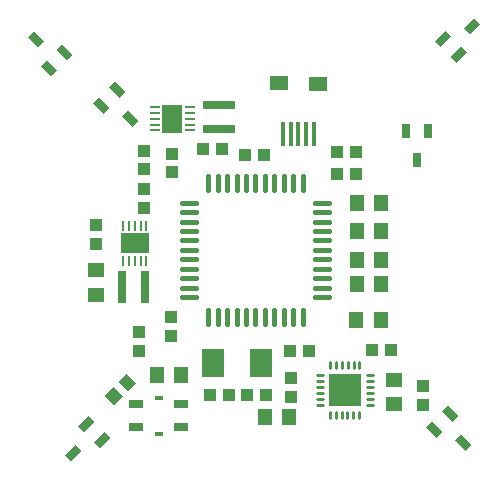
<source format=gtp>
G04 ---------------------------- Layer name :TOP PASTER LAYER*
G04 EasyEDA v5.5.12, Thu, 07 Jun 2018 12:22:22 GMT*
G04 57f62d747bd94b0b94c3b91961ed7a1b*
G04 Gerber Generator version 0.2*
G04 Scale: 100 percent, Rotated: No, Reflected: No *
G04 Dimensions in inches *
G04 leading zeros omitted , absolute positions ,2 integer and 4 decimal *
%FSLAX24Y24*%
%MOIN*%
G90*
G70D02*

%ADD20C,0.011024*%
%ADD21C,0.016535*%
%ADD24R,0.106300X0.031496*%
%ADD25R,0.027559X0.049213*%
%ADD26R,0.051181X0.027560*%
%ADD27R,0.027560X0.011810*%
%ADD28R,0.039370X0.043307*%
%ADD29R,0.043307X0.039370*%
%ADD30R,0.074803X0.094488*%
%ADD31R,0.045670X0.057870*%
%ADD32R,0.057870X0.045670*%
%ADD33R,0.031496X0.106300*%
%ADD34R,0.055100X0.051200*%
%ADD35R,0.051200X0.055100*%
%ADD36R,0.105512X0.105512*%
%ADD37R,0.017717X0.078740*%
%ADD38R,0.062992X0.047240*%
%ADD39R,0.095500X0.065500*%
%ADD40R,0.011500X0.034500*%
%ADD41R,0.065500X0.095500*%
%ADD42R,0.034500X0.011500*%

%LPD*%
G54D20*
G01X17932Y9203D02*
G01X17727Y9203D01*
G01X17932Y9401D02*
G01X17727Y9401D01*
G01X17932Y9598D02*
G01X17727Y9598D01*
G01X17932Y9794D02*
G01X17727Y9794D01*
G01X17932Y9990D02*
G01X17727Y9990D01*
G01X17932Y10188D02*
G01X17727Y10188D01*
G01X17489Y10421D02*
G01X17489Y10626D01*
G01X17293Y10421D02*
G01X17293Y10626D01*
G01X17096Y10421D02*
G01X17096Y10626D01*
G01X16900Y10421D02*
G01X16900Y10626D01*
G01X16702Y10421D02*
G01X16702Y10626D01*
G01X16506Y10421D02*
G01X16506Y10626D01*
G01X16272Y10184D02*
G01X16067Y10184D01*
G01X16272Y9986D02*
G01X16067Y9986D01*
G01X16272Y9790D02*
G01X16067Y9790D01*
G01X16272Y9594D02*
G01X16067Y9594D01*
G01X16272Y9397D02*
G01X16067Y9397D01*
G01X16272Y9200D02*
G01X16067Y9200D01*
G01X16500Y8751D02*
G01X16500Y8956D01*
G01X16697Y8751D02*
G01X16697Y8956D01*
G01X16893Y8751D02*
G01X16893Y8956D01*
G01X17089Y8751D02*
G01X17089Y8956D01*
G01X17286Y8751D02*
G01X17286Y8956D01*
G01X17484Y8751D02*
G01X17484Y8956D01*
G54D21*
G01X11567Y15943D02*
G01X12031Y15943D01*
G01X11567Y15628D02*
G01X12031Y15628D01*
G01X11567Y15313D02*
G01X12031Y15313D01*
G01X11567Y14998D02*
G01X12031Y14998D01*
G01X11567Y14684D02*
G01X12031Y14684D01*
G01X11567Y14369D02*
G01X12031Y14369D01*
G01X11567Y14053D02*
G01X12031Y14053D01*
G01X11567Y13739D02*
G01X12031Y13739D01*
G01X11567Y13424D02*
G01X12031Y13424D01*
G01X11567Y13109D02*
G01X12031Y13109D01*
G01X11567Y12794D02*
G01X12031Y12794D01*
G01X12449Y12376D02*
G01X12449Y11912D01*
G01X12764Y12376D02*
G01X12764Y11912D01*
G01X13079Y12376D02*
G01X13079Y11912D01*
G01X13394Y12376D02*
G01X13394Y11912D01*
G01X13709Y12376D02*
G01X13709Y11912D01*
G01X14023Y12376D02*
G01X14023Y11912D01*
G01X14339Y12376D02*
G01X14339Y11912D01*
G01X14653Y12376D02*
G01X14653Y11912D01*
G01X14968Y12376D02*
G01X14968Y11912D01*
G01X15283Y12376D02*
G01X15283Y11912D01*
G01X15598Y12376D02*
G01X15598Y11912D01*
G01X16016Y12794D02*
G01X16480Y12794D01*
G01X16016Y13109D02*
G01X16480Y13109D01*
G01X16016Y13424D02*
G01X16480Y13424D01*
G01X16016Y13739D02*
G01X16480Y13739D01*
G01X16016Y14053D02*
G01X16480Y14053D01*
G01X16016Y14369D02*
G01X16480Y14369D01*
G01X16016Y14684D02*
G01X16480Y14684D01*
G01X16016Y14998D02*
G01X16480Y14998D01*
G01X16016Y15313D02*
G01X16480Y15313D01*
G01X16016Y15628D02*
G01X16480Y15628D01*
G01X16016Y15943D02*
G01X16480Y15943D01*
G01X15598Y16825D02*
G01X15598Y16361D01*
G01X15283Y16825D02*
G01X15283Y16361D01*
G01X14968Y16825D02*
G01X14968Y16361D01*
G01X14653Y16825D02*
G01X14653Y16361D01*
G01X14339Y16825D02*
G01X14339Y16361D01*
G01X14023Y16825D02*
G01X14023Y16361D01*
G01X13709Y16825D02*
G01X13709Y16361D01*
G01X13394Y16825D02*
G01X13394Y16361D01*
G01X13079Y16825D02*
G01X13079Y16361D01*
G01X12764Y16825D02*
G01X12764Y16361D01*
G01X12449Y16825D02*
G01X12449Y16361D01*
G54D24*
G01X12800Y19192D03*
G01X12800Y18405D03*
G36*
G01X6977Y21311D02*
G01X6782Y21116D01*
G01X6434Y21464D01*
G01X6629Y21659D01*
G01X6977Y21311D01*
G37*
G36*
G01X7937Y20880D02*
G01X7742Y20685D01*
G01X7394Y21033D01*
G01X7589Y21228D01*
G01X7937Y20880D01*
G37*
G36*
G01X7408Y20351D02*
G01X7213Y20156D01*
G01X6865Y20504D01*
G01X7060Y20699D01*
G01X7408Y20351D01*
G37*
G54D25*
G01X19400Y17352D03*
G01X19026Y18336D03*
G01X19773Y18336D03*
G54D26*
G01X11547Y8450D03*
G01X11547Y9237D03*
G01X10052Y8450D03*
G01X10052Y9237D03*
G54D27*
G01X10800Y8244D03*
G01X10800Y9444D03*
G54D28*
G01X13756Y9543D03*
G01X14385Y9543D03*
G01X13134Y9544D03*
G01X12504Y9544D03*
G01X16756Y16893D03*
G01X17385Y16893D03*
G54D29*
G01X11199Y12137D03*
G01X11199Y11508D03*
G54D28*
G01X16756Y17643D03*
G01X17385Y17643D03*
G54D30*
G01X12600Y10594D03*
G01X14214Y10594D03*
G54D28*
G01X18543Y11044D03*
G01X17914Y11044D03*
G01X15793Y10994D03*
G01X15164Y10994D03*
G54D29*
G01X15199Y10087D03*
G01X15199Y9458D03*
G54D31*
G01X14350Y8793D03*
G01X15150Y8793D03*
G54D32*
G01X18650Y10043D03*
G01X18650Y9243D03*
G54D33*
G01X10348Y13144D03*
G01X9561Y13144D03*
G54D29*
G01X8719Y15187D03*
G01X8719Y14558D03*
G54D34*
G01X8700Y13700D03*
G01X8700Y12873D03*
G54D29*
G01X10300Y17050D03*
G01X10300Y17679D03*
G54D28*
G01X14293Y17544D03*
G01X13664Y17544D03*
G01X12893Y17744D03*
G01X12264Y17744D03*
G36*
G01X8032Y7871D02*
G01X8227Y7676D01*
G01X7879Y7328D01*
G01X7684Y7523D01*
G01X8032Y7871D01*
G37*
G36*
G01X8463Y8831D02*
G01X8658Y8636D01*
G01X8310Y8288D01*
G01X8115Y8483D01*
G01X8463Y8831D01*
G37*
G36*
G01X8992Y8302D02*
G01X9187Y8107D01*
G01X8839Y7759D01*
G01X8644Y7954D01*
G01X8992Y8302D01*
G37*
G36*
G01X21167Y21566D02*
G01X20972Y21761D01*
G01X21320Y22109D01*
G01X21515Y21914D01*
G01X21167Y21566D01*
G37*
G36*
G01X20736Y20606D02*
G01X20541Y20801D01*
G01X20889Y21149D01*
G01X21084Y20954D01*
G01X20736Y20606D01*
G37*
G36*
G01X20207Y21135D02*
G01X20012Y21330D01*
G01X20360Y21678D01*
G01X20555Y21483D01*
G01X20207Y21135D01*
G37*
G54D31*
G01X17400Y14043D03*
G01X18200Y14043D03*
G01X17400Y14993D03*
G01X18200Y14993D03*
G01X17400Y13243D03*
G01X18200Y13243D03*
G36*
G01X9572Y18826D02*
G01X9767Y19021D01*
G01X10115Y18673D01*
G01X9920Y18478D01*
G01X9572Y18826D01*
G37*
G36*
G01X8612Y19257D02*
G01X8807Y19452D01*
G01X9155Y19104D01*
G01X8960Y18909D01*
G01X8612Y19257D01*
G37*
G36*
G01X9141Y19786D02*
G01X9336Y19981D01*
G01X9684Y19633D01*
G01X9489Y19438D01*
G01X9141Y19786D01*
G37*
G54D35*
G01X18206Y12044D03*
G01X17379Y12044D03*
G54D29*
G01X19600Y9200D03*
G01X19600Y9829D03*
G54D36*
G01X17000Y9694D03*
G54D37*
G01X14942Y18218D03*
G01X15198Y18218D03*
G01X15454Y18218D03*
G01X15710Y18218D03*
G01X15965Y18218D03*
G54D38*
G01X14821Y19915D03*
G01X16112Y19909D03*
G54D31*
G01X17400Y15943D03*
G01X18200Y15943D03*
G36*
G01X20672Y8026D02*
G01X20867Y8221D01*
G01X21215Y7873D01*
G01X21020Y7678D01*
G01X20672Y8026D01*
G37*
G36*
G01X19712Y8457D02*
G01X19907Y8652D01*
G01X20255Y8304D01*
G01X20060Y8109D01*
G01X19712Y8457D01*
G37*
G36*
G01X20241Y8986D02*
G01X20436Y9181D01*
G01X20784Y8833D01*
G01X20589Y8638D01*
G01X20241Y8986D01*
G37*
G54D39*
G01X10000Y14594D03*
G54D40*
G01X9610Y14013D03*
G01X9800Y14013D03*
G01X10000Y14013D03*
G01X10200Y14013D03*
G01X10389Y14013D03*
G01X10389Y15174D03*
G01X10200Y15174D03*
G01X10000Y15174D03*
G01X9800Y15174D03*
G01X9610Y15174D03*
G54D41*
G01X11250Y18744D03*
G54D42*
G01X11830Y18353D03*
G01X11830Y18544D03*
G01X11830Y18744D03*
G01X11830Y18944D03*
G01X11830Y19134D03*
G01X10669Y19134D03*
G01X10669Y18944D03*
G01X10669Y18744D03*
G01X10669Y18544D03*
G01X10669Y18353D03*
G54D31*
G01X10750Y10193D03*
G01X11550Y10193D03*
G36*
G01X9290Y9790D02*
G01X9596Y9484D01*
G01X9318Y9205D01*
G01X9012Y9512D01*
G01X9290Y9790D01*
G37*
G36*
G01X9735Y10235D02*
G01X10041Y9929D01*
G01X9763Y9651D01*
G01X9457Y9957D01*
G01X9735Y10235D01*
G37*
G54D29*
G01X10150Y11000D03*
G01X10150Y11629D03*
G01X10309Y16397D03*
G01X10309Y15768D03*
G01X11250Y16950D03*
G01X11250Y17579D03*
M00*
M02*

</source>
